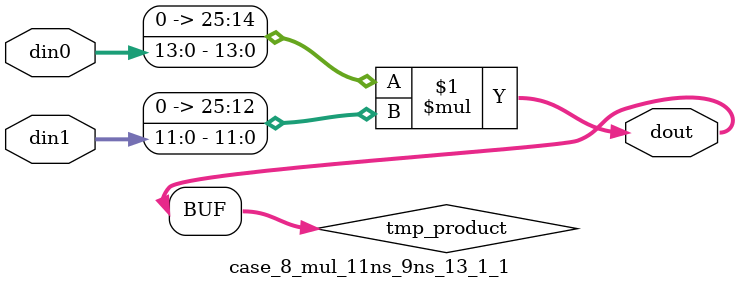
<source format=v>

`timescale 1 ns / 1 ps

 (* use_dsp = "no" *)  module case_8_mul_11ns_9ns_13_1_1(din0, din1, dout);
parameter ID = 1;
parameter NUM_STAGE = 0;
parameter din0_WIDTH = 14;
parameter din1_WIDTH = 12;
parameter dout_WIDTH = 26;

input [din0_WIDTH - 1 : 0] din0; 
input [din1_WIDTH - 1 : 0] din1; 
output [dout_WIDTH - 1 : 0] dout;

wire signed [dout_WIDTH - 1 : 0] tmp_product;
























assign tmp_product = $signed({1'b0, din0}) * $signed({1'b0, din1});











assign dout = tmp_product;





















endmodule

</source>
